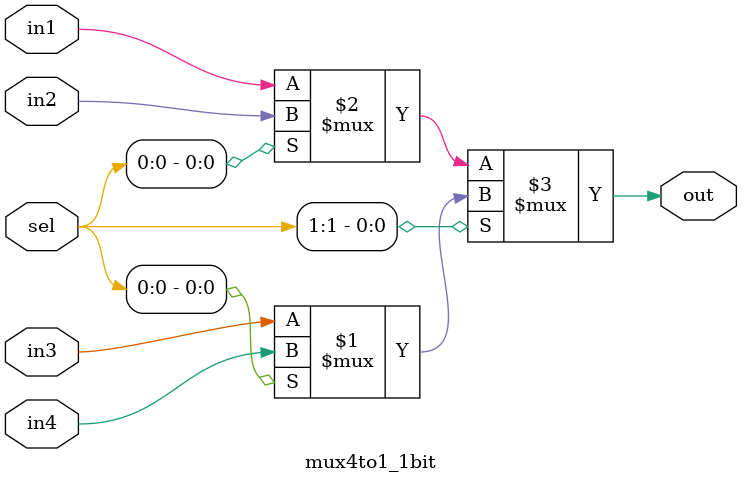
<source format=v>
module mux4to1_1bit (in1,in2,in3,in4,sel,out);

input [0:0] in1,in2,in3,in4;

input [1:0] sel;

output [0:0] out;

assign out = sel[1] ? ( sel[0] ? in4 : in3 ) : ( sel[0] ? in2 : in1 );

endmodule
</source>
